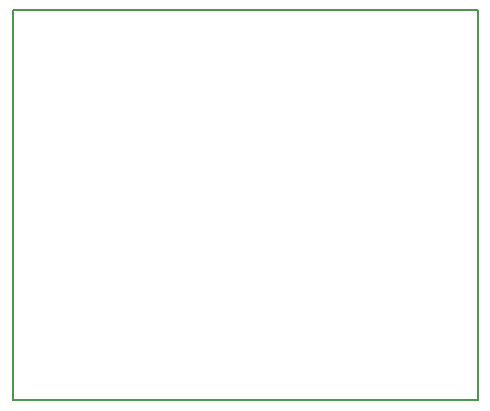
<source format=gko>
G04 DipTrace 3.0.0.2*
G04 RGBI-AnalogRGB.GKO*
%MOMM*%
G04 #@! TF.FileFunction,Profile*
G04 #@! TF.Part,Single*
%ADD11C,0.14*%
%FSLAX35Y35*%
G04*
G71*
G90*
G75*
G01*
G04 BoardOutline*
%LPD*%
X1000760Y4302760D2*
D11*
Y1000760D1*
X4937760D1*
Y4302760D1*
X1000760D1*
M02*

</source>
